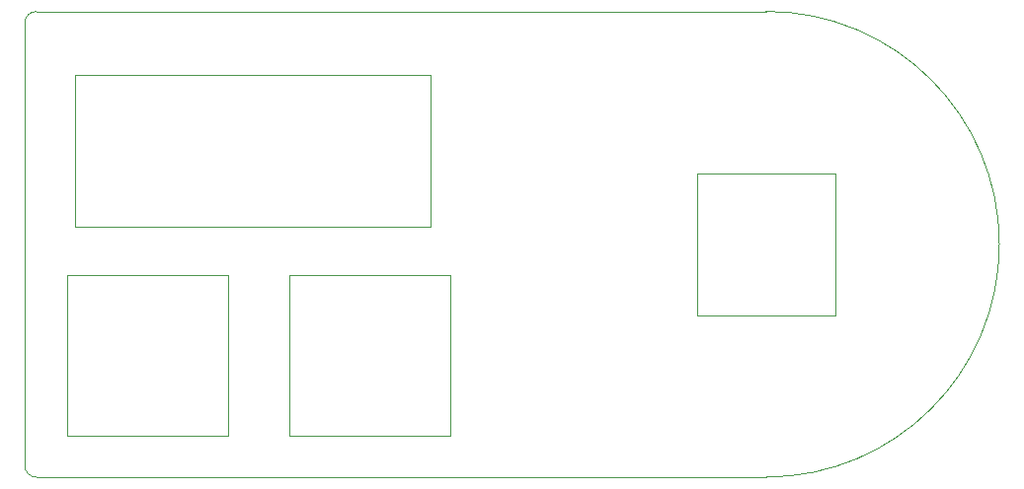
<source format=gbr>
%TF.GenerationSoftware,KiCad,Pcbnew,(5.1.9)-1*%
%TF.CreationDate,2021-11-30T14:52:09+01:00*%
%TF.ProjectId,Little_Big_Scroll_OLED,4c697474-6c65-45f4-9269-675f5363726f,v1.0*%
%TF.SameCoordinates,Original*%
%TF.FileFunction,Profile,NP*%
%FSLAX46Y46*%
G04 Gerber Fmt 4.6, Leading zero omitted, Abs format (unit mm)*
G04 Created by KiCad (PCBNEW (5.1.9)-1) date 2021-11-30 14:52:09*
%MOMM*%
%LPD*%
G01*
G04 APERTURE LIST*
%TA.AperFunction,Profile*%
%ADD10C,0.050000*%
%TD*%
%TA.AperFunction,Profile*%
%ADD11C,0.040000*%
%TD*%
%TA.AperFunction,Profile*%
%ADD12C,0.120000*%
%TD*%
%TA.AperFunction,Profile*%
%ADD13C,0.100000*%
%TD*%
G04 APERTURE END LIST*
D10*
X155805000Y-92560000D02*
G75*
G02*
X156805000Y-91560000I1000000J0D01*
G01*
X156805000Y-131550000D02*
G75*
G02*
X155805000Y-130550000I0J1000000D01*
G01*
X219380000Y-91560000D02*
G75*
G02*
X219380000Y-131550000I0J-19995000D01*
G01*
X155805000Y-92560000D02*
X155805000Y-130550000D01*
X156805000Y-131550000D02*
X219380000Y-131550000D01*
X156805000Y-91560000D02*
X219380000Y-91560000D01*
D11*
X160105000Y-110030000D02*
X190605000Y-110030000D01*
X190605000Y-97030000D02*
X160105000Y-97030000D01*
X190605000Y-97030000D02*
X190605000Y-110030000D01*
X160105000Y-97030000D02*
X160105000Y-110030000D01*
D12*
X225280000Y-105455000D02*
X225280000Y-117655000D01*
X213480000Y-105455000D02*
X213480000Y-117655000D01*
X213480000Y-117655000D02*
X225280000Y-117655000D01*
X213480000Y-105455000D02*
X225280000Y-105455000D01*
D13*
X192280000Y-127980000D02*
X192280000Y-114180000D01*
X178480000Y-114180000D02*
X178480000Y-127980000D01*
X192280000Y-114180000D02*
X178480000Y-114180000D01*
X178480000Y-127980000D02*
X192280000Y-127980000D01*
X173230000Y-127980000D02*
X173230000Y-114180000D01*
X159430000Y-114180000D02*
X159430000Y-127980000D01*
X173230000Y-114180000D02*
X159430000Y-114180000D01*
X159430000Y-127980000D02*
X173230000Y-127980000D01*
M02*

</source>
